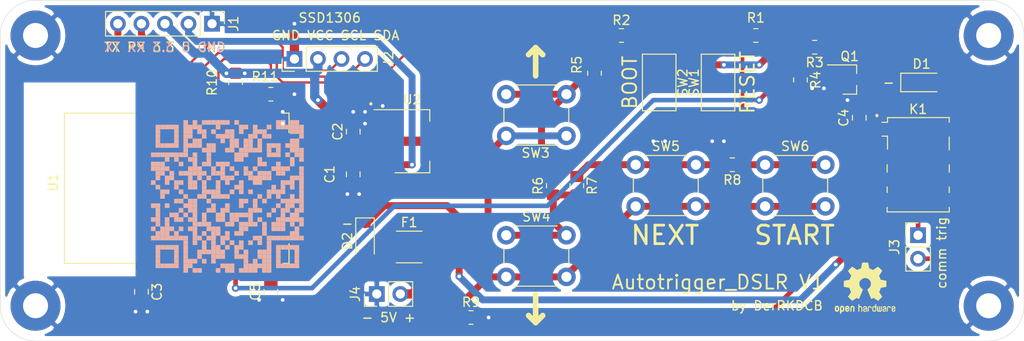
<source format=kicad_pcb>
(kicad_pcb (version 20171130) (host pcbnew 5.1.12-84ad8e8a86~92~ubuntu20.04.1)
  (layers (0 F.Cu signal) (31 B.Cu signal) (34 B.Paste user) (35 F.Paste user) (36 B.SilkS user) (37 F.SilkS user) (38 B.Mask user) (39 F.Mask user) (44 Edge.Cuts user))
  (net 0 "")
  (net 1 GND)
  (net 2 +5V)
  (net 3 +3V3)
  (net 4 rst)
  (net 5 RX)
  (net 6 TX)
  (net 7 scl)
  (net 8 sda)
  (net 9 trig2)
  (net 10 trig1)
  (net 11 "Net-(K1-Pad7)")
  (net 12 "Net-(K1-Pad4)")
  (net 13 "Net-(K1-Pad3)")
  (net 14 "Net-(K1-Pad2)")
  (net 15 "Net-(Q1-Pad1)")
  (net 16 boot)
  (net 17 relay)
  (net 18 "Net-(R5-Pad1)")
  (net 19 "Net-(R6-Pad1)")
  (net 20 "Net-(R7-Pad1)")
  (net 21 "Net-(R8-Pad1)")
  (net 22 a_sw)
  (net 23 "Net-(R10-Pad2)")
  (net 24 "Net-(R11-Pad2)")
  (net 25 "Net-(U1-Pad4)")
  (net 26 "Net-(U1-Pad5)")
  (net 27 "Net-(U1-Pad7)")
  (net 28 "Net-(U1-Pad9)")
  (net 29 "Net-(U1-Pad10)")
  (net 30 "Net-(U1-Pad11)")
  (net 31 "Net-(U1-Pad12)")
  (net 32 "Net-(U1-Pad13)")
  (net 33 "Net-(U1-Pad14)")
  (net 34 "Net-(D1-Pad2)")
  (net 35 "Net-(D2-Pad2)")
  (net 36 Vin)
  (module autotrigger_dslr:Rickroll (layer B.Cu) (at 51.435 92.075)
    (fp_text reference QR***** hide)
    (fp_text value DerRKDCB hide)
  )
  (module Symbol:OSHW-Logo2_7.3x6mm_SilkScreen (layer F.Cu) (at 120.015 102.235)
    (fp_text reference REF** hide)
    (fp_text value OSHW-Logo2_7.3x6mm_SilkScreen hide)
  )
  (module Capacitor_SMD:C_0805_2012Metric_Pad1.18x1.45mm_HandSolder (layer F.Cu) (at 64.77 89.9375 270)
    (fp_text reference C1 (at 0 2.54 90) (layer F.SilkS))
    (fp_text value 10uF)
    (pad 2 smd roundrect (at 1.0375 0 270) (size 1.175 1.45) (layers F.Cu F.Paste F.Mask) (roundrect_rratio 0.2127659574468085) (net 1 GND))
    (pad 1 smd roundrect (at -1.0375 0 270) (size 1.175 1.45) (layers F.Cu F.Paste F.Mask) (roundrect_rratio 0.2127659574468085) (net 2 +5V))
  )
  (module Capacitor_SMD:C_0805_2012Metric_Pad1.18x1.45mm_HandSolder (layer F.Cu) (at 64.77 85.3225 90)
    (fp_text reference C2 (at 0 -1.68 90) (layer F.SilkS))
    (fp_text value 10uF)
    (pad 1 smd roundrect (at -1.0375 0 90) (size 1.175 1.45) (layers F.Cu F.Paste F.Mask) (roundrect_rratio 0.2127659574468085) (net 3 +3V3))
    (pad 2 smd roundrect (at 1.0375 0 90) (size 1.175 1.45) (layers F.Cu F.Paste F.Mask) (roundrect_rratio 0.2127659574468085) (net 1 GND))
  )
  (module Capacitor_SMD:C_0805_2012Metric_Pad1.18x1.45mm_HandSolder (layer F.Cu) (at 41.91 102.6375 270)
    (fp_text reference C3 (at 0 -1.68 90) (layer F.SilkS))
    (fp_text value 100nF)
    (pad 1 smd roundrect (at -1.0375 0 270) (size 1.175 1.45) (layers F.Cu F.Paste F.Mask) (roundrect_rratio 0.2127659574468085) (net 4 rst))
    (pad 2 smd roundrect (at 1.0375 0 270) (size 1.175 1.45) (layers F.Cu F.Paste F.Mask) (roundrect_rratio 0.2127659574468085) (net 1 GND))
  )
  (module Capacitor_SMD:C_0805_2012Metric_Pad1.18x1.45mm_HandSolder (layer F.Cu) (at 119.38 83.82 90)
    (fp_text reference C4 (at 0 -1.68 90) (layer F.SilkS))
    (fp_text value 10uF)
    (pad 1 smd roundrect (at -1.0375 0 90) (size 1.175 1.45) (layers F.Cu F.Paste F.Mask) (roundrect_rratio 0.2127659574468085) (net 2 +5V))
    (pad 2 smd roundrect (at 1.0375 0 90) (size 1.175 1.45) (layers F.Cu F.Paste F.Mask) (roundrect_rratio 0.2127659574468085) (net 1 GND))
  )
  (module Capacitor_SMD:C_0805_2012Metric_Pad1.18x1.45mm_HandSolder (layer F.Cu) (at 55.88 102.6375 90)
    (fp_text reference C5 (at 0 -1.68 90) (layer F.SilkS))
    (fp_text value 100nF)
    (pad 2 smd roundrect (at 1.0375 0 90) (size 1.175 1.45) (layers F.Cu F.Paste F.Mask) (roundrect_rratio 0.2127659574468085) (net 3 +3V3))
    (pad 1 smd roundrect (at -1.0375 0 90) (size 1.175 1.45) (layers F.Cu F.Paste F.Mask) (roundrect_rratio 0.2127659574468085) (net 1 GND))
  )
  (module MountingHole:MountingHole_2.7mm_M2.5_Pad (layer F.Cu) (at 30.48 74.93)
    (fp_text reference H1 hide)
    (fp_text value MountingHole_Pad)
    (pad 1 thru_hole circle (at 0 0) (size 5.4 5.4) (drill 2.7) (layers *.Cu *.Mask) (net 1 GND))
  )
  (module MountingHole:MountingHole_2.7mm_M2.5_Pad (layer F.Cu) (at 30.48 104.14)
    (fp_text reference H2 hide)
    (fp_text value MountingHole_Pad)
    (pad 1 thru_hole circle (at 0 0) (size 5.4 5.4) (drill 2.7) (layers *.Cu *.Mask) (net 1 GND))
  )
  (module MountingHole:MountingHole_2.7mm_M2.5_Pad (layer F.Cu) (at 133.35 104.14)
    (fp_text reference H3 hide)
    (fp_text value MountingHole_Pad)
    (pad 1 thru_hole circle (at 0 0) (size 5.4 5.4) (drill 2.7) (layers *.Cu *.Mask) (net 1 GND))
  )
  (module MountingHole:MountingHole_2.7mm_M2.5_Pad (layer F.Cu) (at 133.35 74.93)
    (fp_text reference H4 hide)
    (fp_text value MountingHole_Pad)
    (pad 1 thru_hole circle (at 0 0) (size 5.4 5.4) (drill 2.7) (layers *.Cu *.Mask) (net 1 GND))
  )
  (module Connector_PinHeader_2.54mm:PinHeader_1x05_P2.54mm_Vertical (layer F.Cu) (at 49.53 73.66 270)
    (fp_text reference J1 (at 0 -2.33 90) (layer F.SilkS))
    (fp_text value Conn_01x05_Male)
    (pad 1 thru_hole rect (at 0 0 270) (size 1.7 1.7) (drill 1) (layers *.Cu *.Mask) (net 1 GND))
    (pad 2 thru_hole oval (at 0 2.54 270) (size 1.7 1.7) (drill 1) (layers *.Cu *.Mask) (net 2 +5V))
    (pad 3 thru_hole oval (at 0 5.08 270) (size 1.7 1.7) (drill 1) (layers *.Cu *.Mask) (net 3 +3V3))
    (pad 4 thru_hole oval (at 0 7.62 270) (size 1.7 1.7) (drill 1) (layers *.Cu *.Mask) (net 5 RX))
    (pad 5 thru_hole oval (at 0 10.16 270) (size 1.7 1.7) (drill 1) (layers *.Cu *.Mask) (net 6 TX))
  )
  (module Connector_PinHeader_2.54mm:PinHeader_1x04_P2.54mm_Vertical (layer F.Cu) (at 58.42 77.47 90)
    (fp_text reference J2 (at 0 10.16 90) (layer F.SilkS))
    (fp_text value Conn_01x04_Female)
    (pad 1 thru_hole rect (at 0 0 90) (size 1.7 1.7) (drill 1) (layers *.Cu *.Mask) (net 1 GND))
    (pad 2 thru_hole oval (at 0 2.54 90) (size 1.7 1.7) (drill 1) (layers *.Cu *.Mask) (net 3 +3V3))
    (pad 3 thru_hole oval (at 0 5.08 90) (size 1.7 1.7) (drill 1) (layers *.Cu *.Mask) (net 7 scl))
    (pad 4 thru_hole oval (at 0 7.62 90) (size 1.7 1.7) (drill 1) (layers *.Cu *.Mask) (net 8 sda))
  )
  (module Connector_PinHeader_2.54mm:PinHeader_1x02_P2.54mm_Vertical (layer F.Cu) (at 125.73 96.52)
    (fp_text reference J3 (at -2.54 1.27 90) (layer F.SilkS))
    (fp_text value Conn_01x02_Female)
    (pad 1 thru_hole rect (at 0 0) (size 1.7 1.7) (drill 1) (layers *.Cu *.Mask) (net 9 trig2))
    (pad 2 thru_hole oval (at 0 2.54) (size 1.7 1.7) (drill 1) (layers *.Cu *.Mask) (net 10 trig1))
  )
  (module Connector_PinHeader_2.54mm:PinHeader_1x02_P2.54mm_Vertical (layer F.Cu) (at 67.31 102.87 90)
    (fp_text reference J4 (at 0 -2.33 90) (layer F.SilkS))
    (fp_text value Conn_01x02_Female)
    (pad 2 thru_hole oval (at 0 2.54 90) (size 1.7 1.7) (drill 1) (layers *.Cu *.Mask) (net 36 Vin))
    (pad 1 thru_hole rect (at 0 0 90) (size 1.7 1.7) (drill 1) (layers *.Cu *.Mask) (net 1 GND))
  )
  (module Relay_SMD:Relay_DPDT_Omron_G6K-2F-Y (layer F.Cu) (at 125.73 88.9)
    (fp_text reference K1 (at 0 -6) (layer F.SilkS))
    (fp_text value G6K-2)
    (pad 8 smd rect (at 3.5 -3.8) (size 1.8 0.8) (layers F.Cu F.Paste F.Mask) (net 34 "Net-(D1-Pad2)"))
    (pad 7 smd rect (at 3.5 -0.6) (size 1.8 0.8) (layers F.Cu F.Paste F.Mask) (net 11 "Net-(K1-Pad7)"))
    (pad 6 smd rect (at 3.5 1.6) (size 1.8 0.8) (layers F.Cu F.Paste F.Mask) (net 9 trig2))
    (pad 5 smd rect (at 3.5 3.8) (size 1.8 0.8) (layers F.Cu F.Paste F.Mask) (net 10 trig1))
    (pad 4 smd rect (at -3.5 3.8) (size 1.8 0.8) (layers F.Cu F.Paste F.Mask) (net 12 "Net-(K1-Pad4)"))
    (pad 3 smd rect (at -3.5 1.6) (size 1.8 0.8) (layers F.Cu F.Paste F.Mask) (net 13 "Net-(K1-Pad3)"))
    (pad 2 smd rect (at -3.5 -0.6) (size 1.8 0.8) (layers F.Cu F.Paste F.Mask) (net 14 "Net-(K1-Pad2)"))
    (pad 1 smd rect (at -3.5 -3.8) (size 1.8 0.8) (layers F.Cu F.Paste F.Mask) (net 2 +5V))
  )
  (module Package_TO_SOT_SMD:SOT-23_Handsoldering (layer F.Cu) (at 118.34 79.69)
    (fp_text reference Q1 (at 0 -2.5) (layer F.SilkS))
    (fp_text value Q_NMOS_GSD)
    (pad 1 smd rect (at -1.5 -0.95) (size 1.9 0.8) (layers F.Cu F.Paste F.Mask) (net 15 "Net-(Q1-Pad1)"))
    (pad 2 smd rect (at -1.5 0.95) (size 1.9 0.8) (layers F.Cu F.Paste F.Mask) (net 1 GND))
    (pad 3 smd rect (at 1.5 0) (size 1.9 0.8) (layers F.Cu F.Paste F.Mask) (net 34 "Net-(D1-Pad2)"))
  )
  (module Resistor_SMD:R_0805_2012Metric_Pad1.20x1.40mm_HandSolder (layer F.Cu) (at 108.22 74.93 180)
    (fp_text reference R1 (at 0 1.905) (layer F.SilkS))
    (fp_text value 10k)
    (pad 1 smd roundrect (at -1 0 180) (size 1.2 1.4) (layers F.Cu F.Paste F.Mask) (roundrect_rratio 0.2083325) (net 3 +3V3))
    (pad 2 smd roundrect (at 1 0 180) (size 1.2 1.4) (layers F.Cu F.Paste F.Mask) (roundrect_rratio 0.2083325) (net 4 rst))
  )
  (module Resistor_SMD:R_0805_2012Metric_Pad1.20x1.40mm_HandSolder (layer F.Cu) (at 93.71 74.93)
    (fp_text reference R2 (at 0 -1.65) (layer F.SilkS))
    (fp_text value 10k)
    (pad 2 smd roundrect (at 1 0) (size 1.2 1.4) (layers F.Cu F.Paste F.Mask) (roundrect_rratio 0.2083325) (net 16 boot))
    (pad 1 smd roundrect (at -1 0) (size 1.2 1.4) (layers F.Cu F.Paste F.Mask) (roundrect_rratio 0.2083325) (net 3 +3V3))
  )
  (module Resistor_SMD:R_0805_2012Metric_Pad1.20x1.40mm_HandSolder (layer F.Cu) (at 114.57 76.2 180)
    (fp_text reference R3 (at 0 -1.65) (layer F.SilkS))
    (fp_text value 1k)
    (pad 1 smd roundrect (at -1 0 180) (size 1.2 1.4) (layers F.Cu F.Paste F.Mask) (roundrect_rratio 0.2083325) (net 15 "Net-(Q1-Pad1)"))
    (pad 2 smd roundrect (at 1 0 180) (size 1.2 1.4) (layers F.Cu F.Paste F.Mask) (roundrect_rratio 0.2083325) (net 17 relay))
  )
  (module Resistor_SMD:R_0805_2012Metric_Pad1.20x1.40mm_HandSolder (layer F.Cu) (at 113.03 79.74 270)
    (fp_text reference R4 (at 0 -1.65 90) (layer F.SilkS))
    (fp_text value 10k)
    (pad 2 smd roundrect (at 1 0 270) (size 1.2 1.4) (layers F.Cu F.Paste F.Mask) (roundrect_rratio 0.2083325) (net 1 GND))
    (pad 1 smd roundrect (at -1 0 270) (size 1.2 1.4) (layers F.Cu F.Paste F.Mask) (roundrect_rratio 0.2083325) (net 15 "Net-(Q1-Pad1)"))
  )
  (module Resistor_SMD:R_0805_2012Metric_Pad1.20x1.40mm_HandSolder (layer F.Cu) (at 90.805 79.01 90)
    (fp_text reference R5 (at 0.905 -1.905 90) (layer F.SilkS))
    (fp_text value 10k)
    (pad 2 smd roundrect (at 1 0 90) (size 1.2 1.4) (layers F.Cu F.Paste F.Mask) (roundrect_rratio 0.2083325) (net 3 +3V3))
    (pad 1 smd roundrect (at -1 0 90) (size 1.2 1.4) (layers F.Cu F.Paste F.Mask) (roundrect_rratio 0.2083325) (net 18 "Net-(R5-Pad1)"))
  )
  (module Resistor_SMD:R_0805_2012Metric_Pad1.20x1.40mm_HandSolder (layer F.Cu) (at 86.36 91.17 90)
    (fp_text reference R6 (at 0 -1.65 90) (layer F.SilkS))
    (fp_text value 10k)
    (pad 1 smd roundrect (at -1 0 90) (size 1.2 1.4) (layers F.Cu F.Paste F.Mask) (roundrect_rratio 0.2083325) (net 19 "Net-(R6-Pad1)"))
    (pad 2 smd roundrect (at 1 0 90) (size 1.2 1.4) (layers F.Cu F.Paste F.Mask) (roundrect_rratio 0.2083325) (net 18 "Net-(R5-Pad1)"))
  )
  (module Resistor_SMD:R_0805_2012Metric_Pad1.20x1.40mm_HandSolder (layer F.Cu) (at 88.9 91.17 270)
    (fp_text reference R7 (at 0 -1.65 90) (layer F.SilkS))
    (fp_text value 10k)
    (pad 2 smd roundrect (at 1 0 270) (size 1.2 1.4) (layers F.Cu F.Paste F.Mask) (roundrect_rratio 0.2083325) (net 19 "Net-(R6-Pad1)"))
    (pad 1 smd roundrect (at -1 0 270) (size 1.2 1.4) (layers F.Cu F.Paste F.Mask) (roundrect_rratio 0.2083325) (net 20 "Net-(R7-Pad1)"))
  )
  (module Resistor_SMD:R_0805_2012Metric_Pad1.20x1.40mm_HandSolder (layer F.Cu) (at 105.68 88.9 180)
    (fp_text reference R8 (at 0 -1.65) (layer F.SilkS))
    (fp_text value 10k)
    (pad 1 smd roundrect (at -1 0 180) (size 1.2 1.4) (layers F.Cu F.Paste F.Mask) (roundrect_rratio 0.2083325) (net 21 "Net-(R8-Pad1)"))
    (pad 2 smd roundrect (at 1 0 180) (size 1.2 1.4) (layers F.Cu F.Paste F.Mask) (roundrect_rratio 0.2083325) (net 20 "Net-(R7-Pad1)"))
  )
  (module Resistor_SMD:R_0805_2012Metric_Pad1.20x1.40mm_HandSolder (layer F.Cu) (at 77.47 105.41)
    (fp_text reference R9 (at 0 -1.65) (layer F.SilkS))
    (fp_text value 10k)
    (pad 2 smd roundrect (at 1 0) (size 1.2 1.4) (layers F.Cu F.Paste F.Mask) (roundrect_rratio 0.2083325) (net 1 GND))
    (pad 1 smd roundrect (at -1 0) (size 1.2 1.4) (layers F.Cu F.Paste F.Mask) (roundrect_rratio 0.2083325) (net 22 a_sw))
  )
  (module Resistor_SMD:R_0805_2012Metric_Pad1.20x1.40mm_HandSolder (layer F.Cu) (at 52.07 80.01 270)
    (fp_text reference R10 (at 0 2.54 90) (layer F.SilkS))
    (fp_text value 10k)
    (pad 1 smd roundrect (at -1 0 270) (size 1.2 1.4) (layers F.Cu F.Paste F.Mask) (roundrect_rratio 0.2083325) (net 3 +3V3))
    (pad 2 smd roundrect (at 1 0 270) (size 1.2 1.4) (layers F.Cu F.Paste F.Mask) (roundrect_rratio 0.2083325) (net 23 "Net-(R10-Pad2)"))
  )
  (module Resistor_SMD:R_0805_2012Metric_Pad1.20x1.40mm_HandSolder (layer F.Cu) (at 55.88 81.28 180)
    (fp_text reference R11 (at 0.635 1.905) (layer F.SilkS))
    (fp_text value 10k)
    (pad 1 smd roundrect (at -1 0 180) (size 1.2 1.4) (layers F.Cu F.Paste F.Mask) (roundrect_rratio 0.2083325) (net 1 GND))
    (pad 2 smd roundrect (at 1 0 180) (size 1.2 1.4) (layers F.Cu F.Paste F.Mask) (roundrect_rratio 0.2083325) (net 24 "Net-(R11-Pad2)"))
  )
  (module Button_Switch_SMD:SW_SPST_FSMSM (layer F.Cu) (at 104.14 80.01 90)
    (fp_text reference SW1 (at 0 -2.6 90) (layer F.SilkS))
    (fp_text value reset)
    (pad 2 smd rect (at 4.59 0 90) (size 2.18 1.6) (layers F.Cu F.Paste F.Mask) (net 4 rst))
    (pad 1 smd rect (at -4.59 0 90) (size 2.18 1.6) (layers F.Cu F.Paste F.Mask) (net 1 GND))
  )
  (module Button_Switch_SMD:SW_SPST_FSMSM (layer F.Cu) (at 97.79 80.01 90)
    (fp_text reference SW2 (at 0 2.54 90) (layer F.SilkS))
    (fp_text value boot)
    (pad 1 smd rect (at -4.59 0 90) (size 2.18 1.6) (layers F.Cu F.Paste F.Mask) (net 1 GND))
    (pad 2 smd rect (at 4.59 0 90) (size 2.18 1.6) (layers F.Cu F.Paste F.Mask) (net 16 boot))
  )
  (module Button_Switch_THT:SW_PUSH_6mm_H9.5mm (layer F.Cu) (at 81.28 81.28)
    (fp_text reference SW3 (at 3.175 6.35) (layer F.SilkS))
    (fp_text value up)
    (pad 1 thru_hole circle (at 6.5 0 90) (size 2 2) (drill 1.1) (layers *.Cu *.Mask) (net 18 "Net-(R5-Pad1)"))
    (pad 2 thru_hole circle (at 6.5 4.5 90) (size 2 2) (drill 1.1) (layers *.Cu *.Mask) (net 22 a_sw))
    (pad 1 thru_hole circle (at 0 0 90) (size 2 2) (drill 1.1) (layers *.Cu *.Mask) (net 18 "Net-(R5-Pad1)"))
    (pad 2 thru_hole circle (at 0 4.5 90) (size 2 2) (drill 1.1) (layers *.Cu *.Mask) (net 22 a_sw))
  )
  (module Button_Switch_THT:SW_PUSH_6mm_H9.5mm (layer F.Cu) (at 81.28 96.52)
    (fp_text reference SW4 (at 3.25 -2) (layer F.SilkS))
    (fp_text value down)
    (pad 2 thru_hole circle (at 0 4.5 90) (size 2 2) (drill 1.1) (layers *.Cu *.Mask) (net 22 a_sw))
    (pad 1 thru_hole circle (at 0 0 90) (size 2 2) (drill 1.1) (layers *.Cu *.Mask) (net 19 "Net-(R6-Pad1)"))
    (pad 2 thru_hole circle (at 6.5 4.5 90) (size 2 2) (drill 1.1) (layers *.Cu *.Mask) (net 22 a_sw))
    (pad 1 thru_hole circle (at 6.5 0 90) (size 2 2) (drill 1.1) (layers *.Cu *.Mask) (net 19 "Net-(R6-Pad1)"))
  )
  (module Button_Switch_THT:SW_PUSH_6mm_H9.5mm (layer F.Cu) (at 95.25 88.9)
    (fp_text reference SW5 (at 3.25 -2) (layer F.SilkS))
    (fp_text value next)
    (pad 1 thru_hole circle (at 6.5 0 90) (size 2 2) (drill 1.1) (layers *.Cu *.Mask) (net 20 "Net-(R7-Pad1)"))
    (pad 2 thru_hole circle (at 6.5 4.5 90) (size 2 2) (drill 1.1) (layers *.Cu *.Mask) (net 22 a_sw))
    (pad 1 thru_hole circle (at 0 0 90) (size 2 2) (drill 1.1) (layers *.Cu *.Mask) (net 20 "Net-(R7-Pad1)"))
    (pad 2 thru_hole circle (at 0 4.5 90) (size 2 2) (drill 1.1) (layers *.Cu *.Mask) (net 22 a_sw))
  )
  (module Button_Switch_THT:SW_PUSH_6mm_H9.5mm (layer F.Cu) (at 109.22 88.9)
    (fp_text reference SW6 (at 3.25 -2) (layer F.SilkS))
    (fp_text value start)
    (pad 2 thru_hole circle (at 0 4.5 90) (size 2 2) (drill 1.1) (layers *.Cu *.Mask) (net 22 a_sw))
    (pad 1 thru_hole circle (at 0 0 90) (size 2 2) (drill 1.1) (layers *.Cu *.Mask) (net 21 "Net-(R8-Pad1)"))
    (pad 2 thru_hole circle (at 6.5 4.5 90) (size 2 2) (drill 1.1) (layers *.Cu *.Mask) (net 22 a_sw))
    (pad 1 thru_hole circle (at 6.5 0 90) (size 2 2) (drill 1.1) (layers *.Cu *.Mask) (net 21 "Net-(R8-Pad1)"))
  )
  (module RF_Module:ESP-12E (layer F.Cu) (at 45.72 91.44 90)
    (fp_text reference U1 (at 0.635 -13.335 90) (layer F.SilkS))
    (fp_text value ESP-12F)
    (pad 1 smd rect (at -7.6 -3.5 90) (size 2.5 1) (layers F.Cu F.Paste F.Mask) (net 4 rst))
    (pad 2 smd rect (at -7.6 -1.5 90) (size 2.5 1) (layers F.Cu F.Paste F.Mask) (net 22 a_sw))
    (pad 3 smd rect (at -7.6 0.5 90) (size 2.5 1) (layers F.Cu F.Paste F.Mask) (net 3 +3V3))
    (pad 4 smd rect (at -7.6 2.5 90) (size 2.5 1) (layers F.Cu F.Paste F.Mask) (net 25 "Net-(U1-Pad4)"))
    (pad 5 smd rect (at -7.6 4.5 90) (size 2.5 1) (layers F.Cu F.Paste F.Mask) (net 26 "Net-(U1-Pad5)"))
    (pad 6 smd rect (at -7.6 6.5 90) (size 2.5 1) (layers F.Cu F.Paste F.Mask) (net 17 relay))
    (pad 7 smd rect (at -7.6 8.5 90) (size 2.5 1) (layers F.Cu F.Paste F.Mask) (net 27 "Net-(U1-Pad7)"))
    (pad 8 smd rect (at -7.6 10.5 90) (size 2.5 1) (layers F.Cu F.Paste F.Mask) (net 3 +3V3))
    (pad 9 smd rect (at -5 12 90) (size 1 1.8) (layers F.Cu F.Paste F.Mask) (net 28 "Net-(U1-Pad9)"))
    (pad 10 smd rect (at -3 12 90) (size 1 1.8) (layers F.Cu F.Paste F.Mask) (net 29 "Net-(U1-Pad10)"))
    (pad 11 smd rect (at -1 12 90) (size 1 1.8) (layers F.Cu F.Paste F.Mask) (net 30 "Net-(U1-Pad11)"))
    (pad 12 smd rect (at 1 12 90) (size 1 1.8) (layers F.Cu F.Paste F.Mask) (net 31 "Net-(U1-Pad12)"))
    (pad 13 smd rect (at 3 12 90) (size 1 1.8) (layers F.Cu F.Paste F.Mask) (net 32 "Net-(U1-Pad13)"))
    (pad 14 smd rect (at 5 12 90) (size 1 1.8) (layers F.Cu F.Paste F.Mask) (net 33 "Net-(U1-Pad14)"))
    (pad 15 smd rect (at 7.6 10.5 90) (size 2.5 1) (layers F.Cu F.Paste F.Mask) (net 1 GND))
    (pad 16 smd rect (at 7.6 8.5 90) (size 2.5 1) (layers F.Cu F.Paste F.Mask) (net 24 "Net-(R11-Pad2)"))
    (pad 17 smd rect (at 7.6 6.5 90) (size 2.5 1) (layers F.Cu F.Paste F.Mask) (net 23 "Net-(R10-Pad2)"))
    (pad 18 smd rect (at 7.6 4.5 90) (size 2.5 1) (layers F.Cu F.Paste F.Mask) (net 16 boot))
    (pad 19 smd rect (at 7.6 2.5 90) (size 2.5 1) (layers F.Cu F.Paste F.Mask) (net 8 sda))
    (pad 20 smd rect (at 7.6 0.5 90) (size 2.5 1) (layers F.Cu F.Paste F.Mask) (net 7 scl))
    (pad 21 smd rect (at 7.6 -1.5 90) (size 2.5 1) (layers F.Cu F.Paste F.Mask) (net 5 RX))
    (pad 22 smd rect (at 7.6 -3.5 90) (size 2.5 1) (layers F.Cu F.Paste F.Mask) (net 6 TX))
  )
  (module Package_TO_SOT_SMD:SOT-223-3_TabPin2 (layer F.Cu) (at 71.12 86.36)
    (fp_text reference U2 (at 0 -4.5) (layer F.SilkS))
    (fp_text value AMS1117-3.3)
    (pad 2 smd rect (at 3.15 0) (size 2 3.8) (layers F.Cu F.Paste F.Mask) (net 3 +3V3))
    (pad 2 smd rect (at -3.15 0) (size 2 1.5) (layers F.Cu F.Paste F.Mask) (net 3 +3V3))
    (pad 3 smd rect (at -3.15 2.3) (size 2 1.5) (layers F.Cu F.Paste F.Mask) (net 2 +5V))
    (pad 1 smd rect (at -3.15 -2.3) (size 2 1.5) (layers F.Cu F.Paste F.Mask) (net 1 GND))
  )
  (module Diode_SMD:D_SOD-123 (layer F.Cu) (at 126.11 80.01)
    (fp_text reference D1 (at 0 -2) (layer F.SilkS))
    (fp_text value 1N5819)
    (pad 1 smd rect (at -1.65 0) (size 0.9 1.2) (layers F.Cu F.Paste F.Mask) (net 2 +5V))
    (pad 2 smd rect (at 1.65 0) (size 0.9 1.2) (layers F.Cu F.Paste F.Mask) (net 34 "Net-(D1-Pad2)"))
  )
  (module Diode_SMD:D_SOD-123 (layer F.Cu) (at 66.04 96.9 270)
    (fp_text reference D2 (at 0.255 1.905 90) (layer F.SilkS))
    (fp_text value 1N5819)
    (pad 1 smd rect (at -1.65 0 270) (size 0.9 1.2) (layers F.Cu F.Paste F.Mask) (net 2 +5V))
    (pad 2 smd rect (at 1.65 0 270) (size 0.9 1.2) (layers F.Cu F.Paste F.Mask) (net 35 "Net-(D2-Pad2)"))
  )
  (module Fuse:Fuse_1812_4532Metric_Pad1.30x3.40mm_HandSolder (layer F.Cu) (at 70.805 97.79)
    (fp_text reference F1 (at 0 -2.65) (layer F.SilkS))
    (fp_text value Polyfuse)
    (pad 1 smd roundrect (at -2.225 0) (size 1.3 3.4) (layers F.Cu F.Paste F.Mask) (roundrect_rratio 0.1923076923076923) (net 35 "Net-(D2-Pad2)"))
    (pad 2 smd roundrect (at 2.225 0) (size 1.3 3.4) (layers F.Cu F.Paste F.Mask) (roundrect_rratio 0.1923076923076923) (net 36 Vin))
  )
  (gr_text "GND 5 3.3 RX TX" (at 44.45 76.2) (layer B.SilkS) (effects (font (size 1 1)) (justify mirror)))
  (gr_text "by DerRKDCB" (at 110.49 104.14) (layer F.SilkS) (effects (font (size 1 1))))
  (gr_text "Autotrigger_DSLR V1" (at 104.14 101.6) (layer F.SilkS) (effects (font (size 1.5 1.5) (thickness 0.2))))
  (gr_text RESET (at 107.315 80.01 90) (layer F.SilkS) (effects (font (size 1.5 1.5) (thickness 0.2))))
  (gr_text BOOT (at 94.615 80.01 90) (layer F.SilkS) (effects (font (size 1.5 1.5) (thickness 0.2))))
  (gr_text . (at 66.675 81.915) (layer F.SilkS) (effects (font (size 1 1) (thickness 0.25))))
  (gr_text . (at 121.285 83.185) (layer F.SilkS) (effects (font (size 1 1) (thickness 0.25))))
  (gr_text - (at 122.555 80.01) (layer F.SilkS) (effects (font (size 1 1))))
  (gr_text - (at 64.135 95.25) (layer F.SilkS) (effects (font (size 1 1))))
  (gr_text START (at 112.395 96.52) (layer F.SilkS) (effects (font (size 2 2) (thickness 0.3))))
  (gr_text NEXT (at 98.425 96.52) (layer F.SilkS) (effects (font (size 2 2) (thickness 0.3))))
  (gr_text ↑ (at 84.455 77.47) (layer F.SilkS) (effects (font (size 4 4) (thickness 0.6))))
  (gr_text ↓ (at 84.455 104.14) (layer F.SilkS) (effects (font (size 4 4) (thickness 0.6))))
  (gr_text "comm trig" (at 128.27 98.425 90) (layer F.SilkS) (effects (font (size 1 1))))
  (gr_text "- 5V +" (at 68.58 105.41) (layer F.SilkS) (effects (font (size 1 1))))
  (gr_text "TX RX 3.3 5 GND" (at 44.45 76.2) (layer F.SilkS) (effects (font (size 1 1))))
  (gr_text "GND VCC SCL SDA" (at 62.865 74.93) (layer F.SilkS) (effects (font (size 1 1))))
  (gr_text SSD1306 (at 62.23 73.025) (layer F.SilkS) (effects (font (size 1 1))))
  (gr_line (start 30.48 107.95) (end 133.35 107.95) (layer Edge.Cuts) (width 0.05))
  (gr_line (start 26.67 74.93) (end 26.67 104.14) (layer Edge.Cuts) (width 0.05))
  (gr_line (start 133.35 71.12) (end 30.48 71.12) (layer Edge.Cuts) (width 0.05))
  (gr_line (start 137.16 104.14) (end 137.16 74.93) (layer Edge.Cuts) (width 0.05))
  (gr_arc (start 133.35 104.14) (end 133.35 107.95) (angle -90) (layer Edge.Cuts) (width 0.05))
  (gr_arc (start 30.48 104.14) (end 26.67 104.14) (angle -90) (layer Edge.Cuts) (width 0.05))
  (gr_arc (start 30.48 74.93) (end 30.48 71.12) (angle -90) (layer Edge.Cuts) (width 0.05))
  (gr_arc (start 133.35 74.93) (end 137.16 74.93) (angle -90) (layer Edge.Cuts) (width 0.05))
  (via (at 58.42 73.66) (size 0.8) (drill 0.4) (layers F.Cu B.Cu) (net 1))
  (segment (start 58.42 77.47) (end 58.42 73.66) (width 1) (layer F.Cu) (net 1))
  (via (at 58.42 81.28) (size 0.8) (drill 0.4) (layers F.Cu B.Cu) (net 1))
  (via (at 57.15 83.185) (size 0.8) (drill 0.4) (layers F.Cu B.Cu) (net 1))
  (via (at 57.15 84.455) (size 0.8) (drill 0.4) (layers F.Cu B.Cu) (net 1))
  (via (at 41.275 104.775) (size 0.8) (drill 0.4) (layers F.Cu B.Cu) (net 1))
  (via (at 42.545 104.775) (size 0.8) (drill 0.4) (layers F.Cu B.Cu) (net 1))
  (via (at 54.61 103.505) (size 0.8) (drill 0.4) (layers F.Cu B.Cu) (net 1))
  (via (at 57.15 103.505) (size 0.8) (drill 0.4) (layers F.Cu B.Cu) (net 1))
  (via (at 79.375 105.41) (size 0.8) (drill 0.4) (layers F.Cu B.Cu) (net 1))
  (via (at 97.155 86.36) (size 0.8) (drill 0.4) (layers F.Cu B.Cu) (net 1))
  (via (at 98.425 86.36) (size 0.8) (drill 0.4) (layers F.Cu B.Cu) (net 1))
  (via (at 103.505 86.36) (size 0.8) (drill 0.4) (layers F.Cu B.Cu) (net 1))
  (via (at 104.775 86.36) (size 0.8) (drill 0.4) (layers F.Cu B.Cu) (net 1))
  (via (at 114.3 80.645) (size 0.8) (drill 0.4) (layers F.Cu B.Cu) (net 1))
  (via (at 115.57 80.645) (size 0.8) (drill 0.4) (layers F.Cu B.Cu) (net 1))
  (via (at 118.11 81.915) (size 0.8) (drill 0.4) (layers F.Cu B.Cu) (net 1))
  (segment (start 114.205 80.74) (end 114.3 80.645) (width 0.75) (layer F.Cu) (net 1))
  (segment (start 113.03 80.74) (end 114.205 80.74) (width 0.75) (layer F.Cu) (net 1))
  (segment (start 116.835 80.645) (end 116.84 80.64) (width 0.75) (layer F.Cu) (net 1))
  (segment (start 114.3 80.645) (end 116.835 80.645) (width 0.75) (layer F.Cu) (net 1))
  (segment (start 116.84 80.645) (end 118.11 81.915) (width 0.75) (layer F.Cu) (net 1))
  (segment (start 116.84 80.64) (end 116.84 80.645) (width 0.75) (layer F.Cu) (net 1))
  (segment (start 118.5125 81.915) (end 119.38 82.7825) (width 0.75) (layer F.Cu) (net 1))
  (segment (start 118.11 81.915) (end 118.5125 81.915) (width 0.75) (layer F.Cu) (net 1))
  (segment (start 104.775 85.235) (end 104.14 84.6) (width 0.75) (layer F.Cu) (net 1))
  (segment (start 104.775 86.36) (end 104.775 85.235) (width 0.75) (layer F.Cu) (net 1))
  (segment (start 103.505 85.235) (end 104.14 84.6) (width 0.75) (layer F.Cu) (net 1))
  (segment (start 103.505 86.36) (end 103.505 85.235) (width 0.75) (layer F.Cu) (net 1))
  (segment (start 97.155 85.235) (end 97.79 84.6) (width 0.75) (layer F.Cu) (net 1))
  (segment (start 97.155 86.36) (end 97.155 85.235) (width 0.75) (layer F.Cu) (net 1))
  (segment (start 98.425 85.235) (end 97.79 84.6) (width 0.75) (layer F.Cu) (net 1))
  (segment (start 98.425 86.36) (end 98.425 85.235) (width 0.75) (layer F.Cu) (net 1))
  (segment (start 56.88 81.28) (end 58.42 81.28) (width 0.75) (layer F.Cu) (net 1))
  (segment (start 56.22 81.94) (end 56.88 81.28) (width 0.75) (layer F.Cu) (net 1))
  (segment (start 56.22 83.84) (end 56.22 81.94) (width 0.75) (layer F.Cu) (net 1))
  (segment (start 56.495 83.84) (end 57.15 83.185) (width 0.75) (layer F.Cu) (net 1))
  (segment (start 56.22 83.84) (end 56.495 83.84) (width 0.75) (layer F.Cu) (net 1))
  (segment (start 56.535 83.84) (end 57.15 84.455) (width 0.75) (layer F.Cu) (net 1))
  (segment (start 56.22 83.84) (end 56.535 83.84) (width 0.75) (layer F.Cu) (net 1))
  (segment (start 57.15 84.455) (end 57.15 83.185) (width 0.75) (layer F.Cu) (net 1))
  (segment (start 55.71 103.505) (end 55.88 103.675) (width 0.75) (layer F.Cu) (net 1))
  (segment (start 54.61 103.505) (end 55.71 103.505) (width 0.75) (layer F.Cu) (net 1))
  (segment (start 56.05 103.505) (end 55.88 103.675) (width 0.75) (layer F.Cu) (net 1))
  (segment (start 57.15 103.505) (end 56.05 103.505) (width 0.75) (layer F.Cu) (net 1))
  (segment (start 41.275 104.775) (end 41.91 104.14) (width 0.75) (layer F.Cu) (net 1))
  (segment (start 41.91 104.14) (end 41.91 103.675) (width 0.75) (layer F.Cu) (net 1))
  (segment (start 42.545 104.775) (end 41.91 104.14) (width 0.75) (layer F.Cu) (net 1))
  (segment (start 79.375 105.41) (end 78.47 105.41) (width 0.75) (layer F.Cu) (net 1))
  (via (at 64.77 83.185) (size 0.8) (drill 0.4) (layers F.Cu B.Cu) (net 1))
  (via (at 66.04 83.185) (size 0.8) (drill 0.4) (layers F.Cu B.Cu) (net 1))
  (via (at 66.04 84.455) (size 0.8) (drill 0.4) (layers F.Cu B.Cu) (net 1))
  (via (at 67.945 82.55) (size 0.8) (drill 0.4) (layers F.Cu B.Cu) (net 1))
  (via (at 64.135 92.075) (size 0.8) (drill 0.4) (layers F.Cu B.Cu) (net 1))
  (via (at 65.405 92.075) (size 0.8) (drill 0.4) (layers F.Cu B.Cu) (net 1))
  (segment (start 64.77 91.44) (end 64.135 92.075) (width 0.75) (layer F.Cu) (net 1))
  (segment (start 64.77 90.975) (end 64.77 91.44) (width 0.75) (layer F.Cu) (net 1))
  (segment (start 65.405 92.075) (end 64.77 91.44) (width 0.75) (layer F.Cu) (net 1))
  (segment (start 67.745 84.285) (end 67.97 84.06) (width 1) (layer F.Cu) (net 1))
  (segment (start 64.77 84.285) (end 67.745 84.285) (width 1) (layer F.Cu) (net 1))
  (segment (start 67.97 82.575) (end 67.945 82.55) (width 1) (layer F.Cu) (net 1))
  (segment (start 67.97 84.06) (end 67.97 82.575) (width 1) (layer F.Cu) (net 1))
  (segment (start 67.945 82.55) (end 67.31 82.55) (width 1) (layer F.Cu) (net 1))
  (segment (start 67.31 82.55) (end 66.675 83.185) (width 1) (layer F.Cu) (net 1))
  (segment (start 66.675 83.185) (end 64.77 83.185) (width 1) (layer F.Cu) (net 1))
  (segment (start 64.77 83.185) (end 64.77 84.285) (width 1) (layer F.Cu) (net 1))
  (segment (start 66.04 84.455) (end 64.77 83.185) (width 1) (layer F.Cu) (net 1))
  (segment (start 66.04 83.185) (end 66.04 84.455) (width 1) (layer F.Cu) (net 1))
  (segment (start 67.97 84.06) (end 66.915 84.06) (width 1) (layer F.Cu) (net 1))
  (segment (start 66.915 84.06) (end 66.04 83.185) (width 1) (layer F.Cu) (net 1))
  (segment (start 67.945 82.55) (end 66.04 84.455) (width 1) (layer F.Cu) (net 1))
  (segment (start 124.46 80.01) (end 124.46 81.28) (width 0.75) (layer F.Cu) (net 2))
  (segment (start 122.23 83.51) (end 122.23 85.1) (width 0.75) (layer F.Cu) (net 2))
  (segment (start 124.46 81.28) (end 122.23 83.51) (width 0.75) (layer F.Cu) (net 2))
  (segment (start 67.73 88.9) (end 67.97 88.66) (width 1) (layer F.Cu) (net 2))
  (segment (start 64.77 88.9) (end 67.73 88.9) (width 1) (layer F.Cu) (net 2))
  (segment (start 67.97 93.32) (end 67.97 88.66) (width 1) (layer F.Cu) (net 2))
  (segment (start 66.04 95.25) (end 67.97 93.32) (width 1) (layer F.Cu) (net 2))
  (segment (start 119.6225 85.1) (end 119.38 84.8575) (width 0.75) (layer F.Cu) (net 2))
  (segment (start 122.23 85.1) (end 119.6225 85.1) (width 0.75) (layer F.Cu) (net 2))
  (segment (start 119.38 84.8575) (end 119.38 86.995) (width 0.75) (layer F.Cu) (net 2))
  (segment (start 119.38 86.995) (end 120.015 87.63) (width 0.75) (layer F.Cu) (net 2))
  (segment (start 120.015 87.63) (end 120.015 96.52) (width 0.75) (layer F.Cu) (net 2))
  (via (at 116.84 99.695) (size 0.8) (drill 0.4) (layers F.Cu B.Cu) (net 2))
  (segment (start 120.015 96.52) (end 116.84 99.695) (width 0.75) (layer F.Cu) (net 2))
  (segment (start 116.84 99.695) (end 113.03 103.505) (width 0.75) (layer B.Cu) (net 2))
  (via (at 76.2 100.965) (size 0.8) (drill 0.4) (layers F.Cu B.Cu) (net 2))
  (segment (start 78.74 103.505) (end 76.2 100.965) (width 0.75) (layer B.Cu) (net 2))
  (segment (start 113.03 103.505) (end 78.74 103.505) (width 0.75) (layer B.Cu) (net 2))
  (segment (start 74.905 93.32) (end 67.97 93.32) (width 0.75) (layer F.Cu) (net 2))
  (segment (start 76.2 94.615) (end 74.905 93.32) (width 0.75) (layer F.Cu) (net 2))
  (segment (start 76.2 100.965) (end 76.2 94.615) (width 0.75) (layer F.Cu) (net 2))
  (segment (start 46.99 73.66) (end 46.99 74.679708) (width 0.75) (layer B.Cu) (net 2))
  (segment (start 46.99 74.679708) (end 47.875292 75.565) (width 0.75) (layer B.Cu) (net 2))
  (segment (start 47.875292 75.565) (end 67.31 75.565) (width 0.75) (layer B.Cu) (net 2))
  (via (at 71.12 88.9) (size 0.8) (drill 0.4) (layers F.Cu B.Cu) (net 2))
  (segment (start 71.12 79.375) (end 71.12 88.9) (width 0.75) (layer B.Cu) (net 2))
  (segment (start 67.31 75.565) (end 71.12 79.375) (width 0.75) (layer B.Cu) (net 2))
  (segment (start 68.21 88.9) (end 67.97 88.66) (width 0.75) (layer F.Cu) (net 2))
  (segment (start 71.12 88.9) (end 68.21 88.9) (width 0.75) (layer F.Cu) (net 2))
  (segment (start 55.88 99.38) (end 56.22 99.04) (width 0.75) (layer F.Cu) (net 3))
  (segment (start 55.88 101.6) (end 55.88 99.38) (width 0.75) (layer F.Cu) (net 3))
  (segment (start 64.77 86.36) (end 67.97 86.36) (width 1) (layer F.Cu) (net 3))
  (segment (start 67.97 86.36) (end 74.27 86.36) (width 1) (layer F.Cu) (net 3))
  (segment (start 46.22 99.04) (end 46.22 97.29) (width 0.5) (layer F.Cu) (net 3))
  (segment (start 46.22 97.29) (end 46.99 96.52) (width 0.5) (layer F.Cu) (net 3))
  (segment (start 56.22 97.29) (end 56.22 99.04) (width 0.5) (layer F.Cu) (net 3))
  (segment (start 55.45 96.52) (end 56.22 97.29) (width 0.5) (layer F.Cu) (net 3))
  (segment (start 46.99 96.52) (end 55.45 96.52) (width 0.5) (layer F.Cu) (net 3))
  (segment (start 64.77 86.36) (end 62.23 86.36) (width 0.75) (layer F.Cu) (net 3))
  (segment (start 62.23 86.36) (end 59.69 88.9) (width 0.75) (layer F.Cu) (net 3))
  (segment (start 57.555002 99.04) (end 56.22 99.04) (width 0.75) (layer F.Cu) (net 3))
  (segment (start 59.69 96.905002) (end 57.555002 99.04) (width 0.75) (layer F.Cu) (net 3))
  (segment (start 59.69 88.9) (end 59.69 96.905002) (width 0.75) (layer F.Cu) (net 3))
  (segment (start 60.96 78.672081) (end 60.96 77.47) (width 1) (layer B.Cu) (net 3))
  (segment (start 60.61208 79.020001) (end 60.96 78.672081) (width 1) (layer B.Cu) (net 3))
  (via (at 60.96 81.915) (size 0.8) (drill 0.4) (layers F.Cu B.Cu) (net 3))
  (segment (start 60.61208 81.56708) (end 60.96 81.915) (width 1) (layer B.Cu) (net 3))
  (segment (start 60.61208 79.020001) (end 60.61208 81.56708) (width 1) (layer B.Cu) (net 3))
  (segment (start 62.23 83.185) (end 62.23 86.36) (width 1) (layer F.Cu) (net 3))
  (segment (start 60.96 81.915) (end 62.23 83.185) (width 1) (layer F.Cu) (net 3))
  (segment (start 90.17 78.01) (end 79.47 78.01) (width 0.75) (layer F.Cu) (net 3))
  (segment (start 74.27 83.21) (end 74.27 86.36) (width 0.75) (layer F.Cu) (net 3))
  (segment (start 79.47 78.01) (end 74.27 83.21) (width 0.75) (layer F.Cu) (net 3))
  (via (at 104.775 78.105) (size 0.8) (drill 0.4) (layers F.Cu B.Cu) (net 3))
  (segment (start 95.25 78.105) (end 104.775 78.105) (width 0.75) (layer F.Cu) (net 3))
  (via (at 108.585 78.105) (size 0.8) (drill 0.4) (layers F.Cu B.Cu) (net 3))
  (segment (start 104.775 78.105) (end 108.585 78.105) (width 0.75) (layer B.Cu) (net 3))
  (segment (start 108.585 78.105) (end 109.22 77.47) (width 0.75) (layer F.Cu) (net 3))
  (segment (start 109.22 77.47) (end 109.22 74.93) (width 0.75) (layer F.Cu) (net 3))
  (segment (start 51.080001 79.020001) (end 51.080001 79.020001) (width 1) (layer B.Cu) (net 3))
  (segment (start 47.625 76.835) (end 48.895 76.835) (width 1) (layer B.Cu) (net 3))
  (segment (start 48.895 76.835) (end 51.080001 79.020001) (width 1) (layer B.Cu) (net 3))
  (segment (start 44.45 73.66) (end 47.625 76.835) (width 1) (layer B.Cu) (net 3))
  (segment (start 51.080001 79.020001) (end 53.059999 79.020001) (width 1) (layer B.Cu) (net 3))
  (via (at 51.080001 79.020001) (size 0.8) (drill 0.4) (layers F.Cu B.Cu) (net 3))
  (segment (start 53.059999 79.020001) (end 60.61208 79.020001) (width 1) (layer B.Cu) (net 3))
  (via (at 53.059999 79.020001) (size 0.8) (drill 0.4) (layers F.Cu B.Cu) (net 3))
  (segment (start 52.059999 79.020001) (end 52.07 79.01) (width 0.75) (layer F.Cu) (net 3))
  (segment (start 51.080001 79.020001) (end 52.059999 79.020001) (width 0.75) (layer F.Cu) (net 3))
  (segment (start 52.080001 79.020001) (end 52.07 79.01) (width 0.75) (layer F.Cu) (net 3))
  (segment (start 53.059999 79.020001) (end 52.080001 79.020001) (width 0.75) (layer F.Cu) (net 3))
  (segment (start 90.805 78.01) (end 90.805 77.47) (width 0.75) (layer F.Cu) (net 3))
  (segment (start 92.71 75.565) (end 92.71 74.93) (width 0.75) (layer F.Cu) (net 3))
  (segment (start 90.805 77.47) (end 92.71 75.565) (width 0.75) (layer F.Cu) (net 3))
  (segment (start 95.25 78.105) (end 92.71 75.565) (width 0.75) (layer F.Cu) (net 3))
  (segment (start 106.73 75.42) (end 107.22 74.93) (width 0.75) (layer F.Cu) (net 4))
  (segment (start 104.14 75.42) (end 106.73 75.42) (width 0.75) (layer F.Cu) (net 4))
  (segment (start 41.91 99.35) (end 42.22 99.04) (width 0.75) (layer F.Cu) (net 4))
  (segment (start 41.91 101.6) (end 41.91 99.35) (width 0.75) (layer F.Cu) (net 4))
  (segment (start 109.855 86.36) (end 106.73 83.235) (width 0.5) (layer F.Cu) (net 4))
  (segment (start 118.745 88.265) (end 116.84 86.36) (width 0.5) (layer F.Cu) (net 4))
  (segment (start 106.73 83.235) (end 106.73 75.42) (width 0.5) (layer F.Cu) (net 4))
  (segment (start 118.745 95.885) (end 118.745 88.265) (width 0.5) (layer F.Cu) (net 4))
  (segment (start 107.95 106.68) (end 118.745 95.885) (width 0.5) (layer F.Cu) (net 4))
  (segment (start 47.625 106.68) (end 107.95 106.68) (width 0.5) (layer F.Cu) (net 4))
  (segment (start 116.84 86.36) (end 109.855 86.36) (width 0.5) (layer F.Cu) (net 4))
  (segment (start 42.545 101.6) (end 47.625 106.68) (width 0.5) (layer F.Cu) (net 4))
  (segment (start 41.91 101.6) (end 42.545 101.6) (width 0.5) (layer F.Cu) (net 4))
  (segment (start 41.91 73.66) (end 41.91 74.93) (width 0.75) (layer F.Cu) (net 5))
  (segment (start 44.22 77.24) (end 44.22 83.84) (width 0.75) (layer F.Cu) (net 5))
  (segment (start 41.91 74.93) (end 44.22 77.24) (width 0.75) (layer F.Cu) (net 5))
  (segment (start 39.37 73.66) (end 39.37 76.2) (width 0.75) (layer F.Cu) (net 6))
  (segment (start 42.22 79.05) (end 42.22 83.84) (width 0.75) (layer F.Cu) (net 6))
  (segment (start 39.37 76.2) (end 42.22 79.05) (width 0.75) (layer F.Cu) (net 6))
  (segment (start 63.5 77.47) (end 62.23 78.74) (width 0.25) (layer F.Cu) (net 7))
  (segment (start 57.404998 78.74) (end 57.15 78.485002) (width 0.25) (layer F.Cu) (net 7))
  (segment (start 62.23 78.74) (end 57.404998 78.74) (width 0.25) (layer F.Cu) (net 7))
  (segment (start 57.15 78.485002) (end 57.15 76.2) (width 0.25) (layer F.Cu) (net 7))
  (segment (start 57.15 76.2) (end 56.515 75.565) (width 0.25) (layer F.Cu) (net 7))
  (segment (start 56.515 75.565) (end 49.53 75.565) (width 0.25) (layer F.Cu) (net 7))
  (segment (start 46.22 78.875) (end 46.22 83.84) (width 0.25) (layer F.Cu) (net 7))
  (segment (start 49.53 75.565) (end 46.22 78.875) (width 0.25) (layer F.Cu) (net 7))
  (segment (start 50.165 76.835) (end 48.22 78.78) (width 0.25) (layer F.Cu) (net 8))
  (segment (start 48.22 78.78) (end 48.22 83.84) (width 0.25) (layer F.Cu) (net 8))
  (segment (start 55.88 76.835) (end 50.165 76.835) (width 0.25) (layer F.Cu) (net 8))
  (segment (start 56.515 77.47) (end 55.88 76.835) (width 0.25) (layer F.Cu) (net 8))
  (segment (start 56.515 77.47) (end 56.515 78.74) (width 0.25) (layer F.Cu) (net 8))
  (segment (start 56.515 78.74) (end 57.15 79.375) (width 0.25) (layer F.Cu) (net 8))
  (segment (start 64.135 79.375) (end 66.04 77.47) (width 0.25) (layer F.Cu) (net 8))
  (segment (start 57.15 79.375) (end 64.135 79.375) (width 0.25) (layer F.Cu) (net 8))
  (segment (start 129.23 90.5) (end 126.67 90.5) (width 0.5) (layer F.Cu) (net 9))
  (segment (start 125.73 91.44) (end 125.73 96.52) (width 0.5) (layer F.Cu) (net 9))
  (segment (start 126.67 90.5) (end 125.73 91.44) (width 0.5) (layer F.Cu) (net 9))
  (segment (start 129.23 92.7) (end 129.23 98.1) (width 0.5) (layer F.Cu) (net 10))
  (segment (start 128.27 99.06) (end 125.73 99.06) (width 0.5) (layer F.Cu) (net 10))
  (segment (start 129.23 98.1) (end 128.27 99.06) (width 0.5) (layer F.Cu) (net 10))
  (segment (start 115.57 77.47) (end 116.84 78.74) (width 0.75) (layer F.Cu) (net 15))
  (segment (start 115.57 76.2) (end 115.57 77.47) (width 0.75) (layer F.Cu) (net 15))
  (segment (start 113.03 78.74) (end 116.84 78.74) (width 0.75) (layer F.Cu) (net 15))
  (segment (start 97.3 74.93) (end 97.79 75.42) (width 0.75) (layer F.Cu) (net 16))
  (segment (start 94.98 74.93) (end 97.3 74.93) (width 0.75) (layer F.Cu) (net 16))
  (segment (start 55.245 77.47) (end 55.88 78.105) (width 0.25) (layer F.Cu) (net 16))
  (segment (start 50.22 78.05) (end 50.8 77.47) (width 0.25) (layer F.Cu) (net 16))
  (segment (start 74.93 72.39) (end 92.44 72.39) (width 0.25) (layer F.Cu) (net 16))
  (segment (start 92.44 72.39) (end 94.98 74.93) (width 0.25) (layer F.Cu) (net 16))
  (segment (start 50.22 83.84) (end 50.22 78.05) (width 0.25) (layer F.Cu) (net 16))
  (segment (start 50.8 77.47) (end 55.245 77.47) (width 0.25) (layer F.Cu) (net 16))
  (segment (start 55.88 78.105) (end 55.88 78.74) (width 0.25) (layer F.Cu) (net 16))
  (segment (start 56.064991 78.926401) (end 57.14859 80.01) (width 0.25) (layer F.Cu) (net 16))
  (segment (start 56.06499 78.92499) (end 56.064991 78.926401) (width 0.25) (layer F.Cu) (net 16))
  (segment (start 55.88 78.74) (end 56.06499 78.92499) (width 0.25) (layer F.Cu) (net 16))
  (segment (start 67.31 80.01) (end 74.93 72.39) (width 0.25) (layer F.Cu) (net 16))
  (segment (start 57.14859 80.01) (end 67.31 80.01) (width 0.25) (layer F.Cu) (net 16))
  (segment (start 113.57 76.2) (end 111.76 76.2) (width 0.5) (layer F.Cu) (net 17))
  (segment (start 111.76 76.2) (end 110.49 77.47) (width 0.5) (layer F.Cu) (net 17))
  (segment (start 110.49 80.01) (end 108.585 81.915) (width 0.5) (layer F.Cu) (net 17))
  (via (at 108.585 81.915) (size 0.8) (drill 0.4) (layers F.Cu B.Cu) (net 17))
  (segment (start 110.49 77.47) (end 110.49 80.01) (width 0.5) (layer F.Cu) (net 17))
  (segment (start 108.585 81.915) (end 97.155 81.915) (width 0.5) (layer B.Cu) (net 17))
  (segment (start 97.155 81.915) (end 85.725 93.345) (width 0.5) (layer B.Cu) (net 17))
  (segment (start 85.725 93.345) (end 69.215 93.345) (width 0.5) (layer B.Cu) (net 17))
  (via (at 52.07 102.235) (size 0.8) (drill 0.4) (layers F.Cu B.Cu) (net 17))
  (segment (start 60.325 102.235) (end 52.07 102.235) (width 0.5) (layer B.Cu) (net 17))
  (segment (start 69.215 93.345) (end 60.325 102.235) (width 0.5) (layer B.Cu) (net 17))
  (segment (start 52.07 99.19) (end 52.22 99.04) (width 0.5) (layer F.Cu) (net 17))
  (segment (start 52.07 102.235) (end 52.07 99.19) (width 0.5) (layer F.Cu) (net 17))
  (segment (start 89.05 80.01) (end 87.78 81.28) (width 0.75) (layer F.Cu) (net 18))
  (segment (start 90.17 80.01) (end 89.05 80.01) (width 0.75) (layer F.Cu) (net 18))
  (segment (start 87.78 81.28) (end 85.09 83.97) (width 0.75) (layer F.Cu) (net 18))
  (segment (start 85.09 88.9) (end 86.36 90.17) (width 0.75) (layer F.Cu) (net 18))
  (segment (start 85.09 83.97) (end 85.09 88.9) (width 0.75) (layer F.Cu) (net 18))
  (segment (start 81.28 81.28) (end 87.78 81.28) (width 0.75) (layer F.Cu) (net 18))
  (segment (start 86.36 92.17) (end 88.9 92.17) (width 0.75) (layer F.Cu) (net 19))
  (segment (start 86.36 95.1) (end 87.78 96.52) (width 0.75) (layer F.Cu) (net 19))
  (segment (start 86.36 92.17) (end 86.36 95.1) (width 0.75) (layer F.Cu) (net 19))
  (segment (start 81.28 96.52) (end 87.78 96.52) (width 0.75) (layer F.Cu) (net 19))
  (segment (start 88.9 90.17) (end 90.17 88.9) (width 0.75) (layer F.Cu) (net 20))
  (segment (start 90.17 88.9) (end 95.25 88.9) (width 0.75) (layer F.Cu) (net 20))
  (segment (start 95.25 88.9) (end 101.75 88.9) (width 0.75) (layer F.Cu) (net 20))
  (segment (start 101.75 88.9) (end 104.68 88.9) (width 0.75) (layer F.Cu) (net 20))
  (segment (start 106.68 88.9) (end 109.22 88.9) (width 0.75) (layer F.Cu) (net 21))
  (segment (start 109.22 88.9) (end 115.72 88.9) (width 0.75) (layer F.Cu) (net 21))
  (segment (start 115.72 93.4) (end 95.25 93.4) (width 0.75) (layer F.Cu) (net 22))
  (segment (start 87.78 100.87) (end 87.78 101.02) (width 0.75) (layer F.Cu) (net 22))
  (segment (start 95.25 93.4) (end 87.78 100.87) (width 0.75) (layer F.Cu) (net 22))
  (segment (start 87.78 101.02) (end 81.28 101.02) (width 0.75) (layer F.Cu) (net 22))
  (segment (start 81.28 101.02) (end 79.32 101.02) (width 0.75) (layer F.Cu) (net 22))
  (segment (start 76.47 103.87) (end 76.47 105.41) (width 0.75) (layer F.Cu) (net 22))
  (segment (start 79.32 101.02) (end 76.47 103.87) (width 0.75) (layer F.Cu) (net 22))
  (segment (start 79.32 87.74) (end 79.32 101.02) (width 0.75) (layer F.Cu) (net 22))
  (segment (start 81.28 85.78) (end 79.32 87.74) (width 0.75) (layer F.Cu) (net 22))
  (segment (start 76.47 105.41) (end 48.26 105.41) (width 0.75) (layer F.Cu) (net 22))
  (segment (start 44.22 101.37) (end 44.22 99.04) (width 0.75) (layer F.Cu) (net 22))
  (segment (start 48.26 105.41) (end 44.22 101.37) (width 0.75) (layer F.Cu) (net 22))
  (segment (start 81.28 85.78) (end 87.78 85.78) (width 0.75) (layer B.Cu) (net 22))
  (segment (start 52.07 83.69) (end 52.22 83.84) (width 0.75) (layer F.Cu) (net 23))
  (segment (start 52.07 81.01) (end 52.07 83.69) (width 0.75) (layer F.Cu) (net 23))
  (segment (start 54.22 81.4) (end 54.61 81.01) (width 0.75) (layer F.Cu) (net 24))
  (segment (start 54.22 83.84) (end 54.22 81.4) (width 0.75) (layer F.Cu) (net 24))
  (segment (start 127.76 80.01) (end 128.27 80.01) (width 0.75) (layer F.Cu) (net 34))
  (segment (start 129.23 80.97) (end 129.23 85.1) (width 0.75) (layer F.Cu) (net 34))
  (segment (start 128.27 80.01) (end 129.23 80.97) (width 0.75) (layer F.Cu) (net 34))
  (segment (start 125.22 77.47) (end 127.76 80.01) (width 0.75) (layer F.Cu) (net 34))
  (segment (start 123.19 77.47) (end 125.22 77.47) (width 0.75) (layer F.Cu) (net 34))
  (segment (start 120.97 79.69) (end 123.19 77.47) (width 0.75) (layer F.Cu) (net 34))
  (segment (start 119.84 79.69) (end 120.97 79.69) (width 0.75) (layer F.Cu) (net 34))
  (segment (start 67.82 98.55) (end 68.58 97.79) (width 1) (layer F.Cu) (net 35))
  (segment (start 66.04 98.55) (end 67.82 98.55) (width 1) (layer F.Cu) (net 35))
  (segment (start 69.85 102.87) (end 71.12 102.87) (width 1) (layer F.Cu) (net 36))
  (segment (start 73.03 100.96) (end 73.03 97.79) (width 1) (layer F.Cu) (net 36))
  (segment (start 71.12 102.87) (end 73.03 100.96) (width 1) (layer F.Cu) (net 36))
  (zone (net 0) (net_name "") (layer B.Cu) (connect_pads (clearance 0.508)) (min_thickness 0.254)
    (keepout (tracks not_allowed) (vias not_allowed) (copperpour not_allowed))
    (fill (arc_segments 32) (thermal_gap 0.508) (thermal_bridge_width 0.508))
    (polygon (pts (xy 41.275 100.965) (xy 29.21 100.965) (xy 29.21 80.01) (xy 41.275 80.01)))
  )
  (zone (net 1) (net_name GND) (layer B.Cu) (connect_pads (clearance 0.508)) (min_thickness 0.254) (fill yes (arc_segments 32) (thermal_gap 0.508) (thermal_bridge_width 0.508))
    (polygon (pts (xy 137.16 107.95) (xy 26.67 107.95) (xy 26.67 71.12) (xy 137.16 71.12)))
  )
)
</source>
